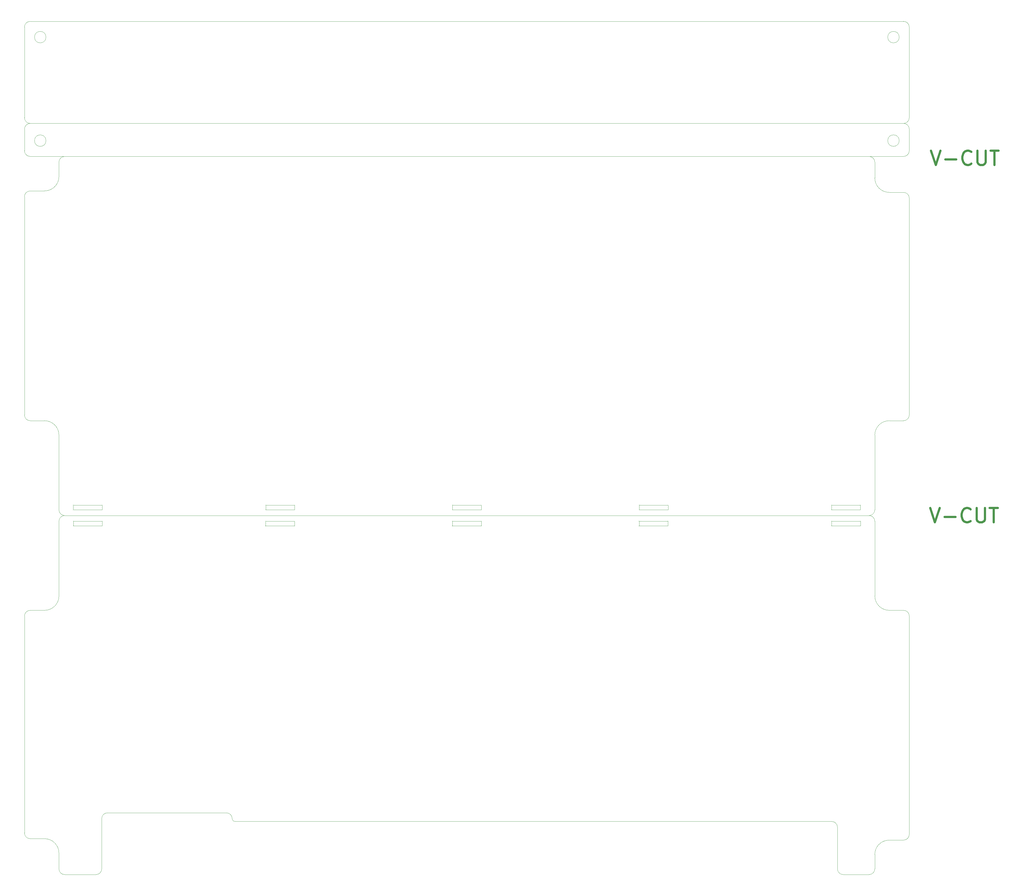
<source format=gbr>
%TF.GenerationSoftware,KiCad,Pcbnew,7.0.1*%
%TF.CreationDate,2024-04-02T15:52:52+09:00*%
%TF.ProjectId,Lift_Main_V5.0,4c696674-5f4d-4616-996e-5f56352e302e,rev?*%
%TF.SameCoordinates,Original*%
%TF.FileFunction,Profile,NP*%
%FSLAX46Y46*%
G04 Gerber Fmt 4.6, Leading zero omitted, Abs format (unit mm)*
G04 Created by KiCad (PCBNEW 7.0.1) date 2024-04-02 15:52:52*
%MOMM*%
%LPD*%
G01*
G04 APERTURE LIST*
%TA.AperFunction,Profile*%
%ADD10C,0.050000*%
%TD*%
%ADD11C,0.750000*%
G04 APERTURE END LIST*
D10*
X350670000Y-372070000D02*
X350670000Y-346070000D01*
X335600000Y-371989995D02*
X335600000Y-370549995D01*
X68669999Y-499070000D02*
X79569999Y-499070000D01*
X81739999Y-376150001D02*
X81739999Y-377590001D01*
X203660000Y-371989995D02*
X203660000Y-370549995D01*
X203639999Y-377590001D02*
G75*
G03*
X203739999Y-377690001I1J-99999D01*
G01*
X81710000Y-370550000D02*
G75*
G03*
X81610000Y-370449995I0J100000D01*
G01*
X56670000Y-237570000D02*
G75*
G03*
X54670000Y-239570000I0J-2000000D01*
G01*
X337670000Y-497070000D02*
G75*
G03*
X339670000Y-499070000I2000000J0D01*
G01*
X362670000Y-263570000D02*
G75*
G03*
X360670000Y-261570000I-2000000J0D01*
G01*
X213679999Y-376150001D02*
G75*
G03*
X213579999Y-376050001I1J100001D01*
G01*
X360670000Y-237570000D02*
G75*
G03*
X362670000Y-235570000I0J2000000D01*
G01*
X68670000Y-249070000D02*
G75*
G03*
X66670000Y-251070000I0J-2000000D01*
G01*
X54670000Y-339070000D02*
G75*
G03*
X56670000Y-341070000I2000000J0D01*
G01*
X71770000Y-370449995D02*
X81610000Y-370449995D01*
X213580001Y-377690001D02*
G75*
G03*
X213679999Y-377590001I99999J1D01*
G01*
X213600000Y-372089995D02*
X203760000Y-372089995D01*
X345669999Y-376150001D02*
X345669999Y-377590001D01*
X362670000Y-239570000D02*
G75*
G03*
X360670000Y-237570000I-2000000J0D01*
G01*
X54670000Y-247070000D02*
G75*
G03*
X56670000Y-249070000I2000000J0D01*
G01*
X83569999Y-477569999D02*
G75*
G03*
X81569999Y-479570000I1J-2000001D01*
G01*
X148659999Y-376150001D02*
G75*
G03*
X148559999Y-376050001I1J100001D01*
G01*
X278560001Y-377690001D02*
G75*
G03*
X278659999Y-377590001I99999J1D01*
G01*
X213579999Y-377690001D02*
X203739999Y-377690001D01*
X278720000Y-370550000D02*
G75*
G03*
X278620000Y-370449995I0J100000D01*
G01*
X335700000Y-370449995D02*
X345540000Y-370449995D01*
X66670000Y-346070000D02*
G75*
G03*
X61670000Y-341070000I-5000000J0D01*
G01*
X345669999Y-376150001D02*
G75*
G03*
X345569999Y-376050001I1J100001D01*
G01*
X362669999Y-485070001D02*
X362679999Y-409070001D01*
X148620000Y-372089995D02*
X138780000Y-372089995D01*
X138779995Y-370449995D02*
G75*
G03*
X138680000Y-370549995I-99995J-5D01*
G01*
X337670000Y-482570000D02*
G75*
G03*
X335670000Y-480570000I-2000000J0D01*
G01*
X66670000Y-497070000D02*
G75*
G03*
X68669999Y-499070000I2000000J0D01*
G01*
X360670000Y-261570000D02*
X355670000Y-261570000D01*
X54670000Y-235570000D02*
G75*
G03*
X56670000Y-237570000I2000000J0D01*
G01*
X278659999Y-376150001D02*
G75*
G03*
X278559999Y-376050001I1J100001D01*
G01*
X268719999Y-376050001D02*
X278559999Y-376050001D01*
X278720000Y-370549995D02*
X278720000Y-371989995D01*
X61670000Y-261070000D02*
G75*
G03*
X66670000Y-256070000I0J5000000D01*
G01*
X355670000Y-341070000D02*
G75*
G03*
X350670000Y-346070000I0J-5000000D01*
G01*
X355679999Y-407070001D02*
X360679999Y-407070001D01*
X268780000Y-370449995D02*
X278620000Y-370449995D01*
X138719999Y-376050001D02*
X148559999Y-376050001D01*
X360670000Y-249070000D02*
G75*
G03*
X362670000Y-247070000I0J2000000D01*
G01*
X81639999Y-377690001D02*
X71799999Y-377690001D01*
X79569999Y-499069999D02*
G75*
G03*
X81569999Y-497070000I1J1999999D01*
G01*
X337670000Y-497070000D02*
X337670000Y-482570000D01*
X81739999Y-376150001D02*
G75*
G03*
X81639999Y-376050001I1J100001D01*
G01*
X66669998Y-491570001D02*
X66669999Y-497070000D01*
X138680000Y-371990000D02*
G75*
G03*
X138780000Y-372089995I0J-100000D01*
G01*
X71670000Y-371989995D02*
X71670000Y-370549995D01*
X81710000Y-370549995D02*
X81710000Y-371989995D01*
X61679999Y-407069999D02*
G75*
G03*
X66679999Y-402070001I1J4999999D01*
G01*
X138720001Y-376050001D02*
G75*
G03*
X138619999Y-376150001I-100001J1D01*
G01*
X56670000Y-202040000D02*
X360670000Y-202040000D01*
X268680000Y-371990000D02*
G75*
G03*
X268780000Y-372089995I0J-100000D01*
G01*
X203740001Y-376050001D02*
G75*
G03*
X203639999Y-376150001I-100001J1D01*
G01*
X339670000Y-499070000D02*
X348670000Y-499070000D01*
X71699999Y-377590001D02*
X71699999Y-376150001D01*
X66670000Y-251070000D02*
X66670000Y-256070000D01*
X335629999Y-377590001D02*
X335629999Y-376150001D01*
X148619995Y-372089995D02*
G75*
G03*
X148720000Y-371989995I100005J-5D01*
G01*
X268619999Y-377590001D02*
G75*
G03*
X268719999Y-377690001I1J-99999D01*
G01*
X268720001Y-376050001D02*
G75*
G03*
X268619999Y-376150001I-100001J1D01*
G01*
X83569999Y-477570000D02*
X124969999Y-477570000D01*
X335730001Y-376050001D02*
G75*
G03*
X335629999Y-376150001I-100001J1D01*
G01*
X335629999Y-377590001D02*
G75*
G03*
X335729999Y-377690001I1J-99999D01*
G01*
X278619995Y-372089995D02*
G75*
G03*
X278720000Y-371989995I100005J-5D01*
G01*
X81569999Y-497070000D02*
X81569999Y-479570000D01*
X126970005Y-479570000D02*
G75*
G03*
X127969999Y-480571596I999995J-1600D01*
G01*
X54670000Y-263070000D02*
X54670000Y-339070000D01*
X126970000Y-479570000D02*
G75*
G03*
X124969999Y-477570000I-2000000J0D01*
G01*
X148659999Y-376150001D02*
X148659999Y-377590001D01*
X345570001Y-377690001D02*
G75*
G03*
X345669999Y-377590001I99999J1D01*
G01*
X203660000Y-371990000D02*
G75*
G03*
X203760000Y-372089995I0J-100000D01*
G01*
X355669999Y-487069999D02*
G75*
G03*
X350669999Y-492070001I1J-5000001D01*
G01*
X348670000Y-374070000D02*
G75*
G03*
X350670000Y-372070000I0J2000000D01*
G01*
X71769995Y-370449995D02*
G75*
G03*
X71670000Y-370549995I-99995J-5D01*
G01*
X355670000Y-341070000D02*
X360670000Y-341070000D01*
X54669999Y-484570001D02*
G75*
G03*
X56669998Y-486570001I2000001J1D01*
G01*
X345540000Y-372089995D02*
X335700000Y-372089995D01*
X56670000Y-202040000D02*
G75*
G03*
X54670000Y-204040000I0J-2000000D01*
G01*
X362670000Y-204040000D02*
X362670000Y-235570000D01*
X138619999Y-377590001D02*
X138619999Y-376150001D01*
X213679999Y-376150001D02*
X213679999Y-377590001D01*
X68669999Y-374069999D02*
X348670000Y-374069999D01*
X348670000Y-499070000D02*
G75*
G03*
X350670000Y-497070000I0J2000000D01*
G01*
X71799999Y-376050001D02*
X81639999Y-376050001D01*
X81610000Y-372089995D02*
X71770000Y-372089995D01*
X268619999Y-377590001D02*
X268619999Y-376150001D01*
X203760000Y-370449995D02*
X213600000Y-370449995D01*
X81640001Y-377690001D02*
G75*
G03*
X81739999Y-377590001I99999J1D01*
G01*
X345640000Y-370549995D02*
X345640000Y-371989995D01*
X81609995Y-372089995D02*
G75*
G03*
X81710000Y-371989995I100005J-5D01*
G01*
X66670000Y-346070000D02*
X66670000Y-372070000D01*
X71699999Y-377590001D02*
G75*
G03*
X71799999Y-377690001I1J-99999D01*
G01*
X350670000Y-256570000D02*
G75*
G03*
X355670000Y-261570000I5000000J0D01*
G01*
X268779995Y-370449995D02*
G75*
G03*
X268680000Y-370549995I-99995J-5D01*
G01*
X278659999Y-376150001D02*
X278659999Y-377590001D01*
X278620000Y-372089995D02*
X268780000Y-372089995D01*
X345569999Y-377690001D02*
X335729999Y-377690001D01*
X213599995Y-372089995D02*
G75*
G03*
X213700000Y-371989995I100005J-5D01*
G01*
X335699995Y-370449995D02*
G75*
G03*
X335600000Y-370549995I-99995J-5D01*
G01*
X362670000Y-204040000D02*
G75*
G03*
X360670000Y-202040000I-2000000J0D01*
G01*
X66670000Y-372070000D02*
G75*
G03*
X68670000Y-374070000I2000000J0D01*
G01*
X138680000Y-371989995D02*
X138680000Y-370549995D01*
X54670000Y-239570000D02*
X54670000Y-247070000D01*
X61670000Y-261070000D02*
X56670000Y-261070000D01*
X345640000Y-370550000D02*
G75*
G03*
X345540000Y-370449995I0J100000D01*
G01*
X56670000Y-237570000D02*
X360670000Y-237570000D01*
X71800001Y-376050001D02*
G75*
G03*
X71699999Y-376150001I-100001J1D01*
G01*
X54679999Y-409070001D02*
X54669998Y-484570001D01*
X359170000Y-243560000D02*
G75*
G03*
X359170000Y-243560000I-2000000J0D01*
G01*
X138619999Y-377590001D02*
G75*
G03*
X138719999Y-377690001I1J-99999D01*
G01*
X56670000Y-261070000D02*
G75*
G03*
X54670000Y-263070000I0J-2000000D01*
G01*
X62170000Y-207540000D02*
G75*
G03*
X62170000Y-207540000I-2000000J0D01*
G01*
X148560001Y-377690001D02*
G75*
G03*
X148659999Y-377590001I99999J1D01*
G01*
X350670000Y-256570000D02*
X350670000Y-251070000D01*
X359170000Y-207540000D02*
G75*
G03*
X359170000Y-207540000I-2000000J0D01*
G01*
X355669999Y-487070001D02*
X360669999Y-487070001D01*
X62170000Y-243570000D02*
G75*
G03*
X62170000Y-243570000I-2000000J0D01*
G01*
X56679999Y-407069999D02*
G75*
G03*
X54679999Y-409070001I1J-2000001D01*
G01*
X66669999Y-376070000D02*
X66679999Y-402070001D01*
X335600000Y-371990000D02*
G75*
G03*
X335700000Y-372089995I0J-100000D01*
G01*
X66669999Y-491570001D02*
G75*
G03*
X61669998Y-486570001I-4999999J1D01*
G01*
X350670000Y-376070000D02*
G75*
G03*
X348670000Y-374070000I-2000000J0D01*
G01*
X56679999Y-407070001D02*
X61679999Y-407070001D01*
X56670000Y-249070000D02*
X360670000Y-249070000D01*
X268680000Y-371989995D02*
X268680000Y-370549995D01*
X350670000Y-497070000D02*
X350669999Y-492070001D01*
X360669999Y-487069999D02*
G75*
G03*
X362669999Y-485070001I1J1999999D01*
G01*
X56669998Y-486570001D02*
X61669998Y-486570001D01*
X360670000Y-341070000D02*
G75*
G03*
X362670000Y-339070000I0J2000000D01*
G01*
X68670000Y-249070000D02*
X348670000Y-249070000D01*
X362670000Y-339070000D02*
X362670000Y-263570000D01*
X345539995Y-372089995D02*
G75*
G03*
X345640000Y-371989995I100005J-5D01*
G01*
X213700000Y-370549995D02*
X213700000Y-371989995D01*
X203759995Y-370449995D02*
G75*
G03*
X203660000Y-370549995I-99995J-5D01*
G01*
X362679999Y-409070001D02*
G75*
G03*
X360679999Y-407070001I-1999999J1D01*
G01*
X54670000Y-204040000D02*
X54670000Y-235570000D01*
X127969999Y-480571596D02*
X335670000Y-480570000D01*
X335729999Y-376050001D02*
X345569999Y-376050001D01*
X350679999Y-402070001D02*
G75*
G03*
X355679999Y-407070001I5000001J1D01*
G01*
X68669999Y-374069999D02*
G75*
G03*
X66669999Y-376070000I1J-2000001D01*
G01*
X350670000Y-251070000D02*
G75*
G03*
X348670000Y-249070000I-2000000J0D01*
G01*
X213700000Y-370550000D02*
G75*
G03*
X213600000Y-370449995I0J100000D01*
G01*
X71670000Y-371990000D02*
G75*
G03*
X71770000Y-372089995I0J-100000D01*
G01*
X278559999Y-377690001D02*
X268719999Y-377690001D01*
X203739999Y-376050001D02*
X213579999Y-376050001D01*
X148559999Y-377690001D02*
X138719999Y-377690001D01*
X203639999Y-377590001D02*
X203639999Y-376150001D01*
X56670000Y-341070000D02*
X61670000Y-341070000D01*
X350679999Y-402070001D02*
X350670000Y-376070000D01*
X362670000Y-239570000D02*
X362670000Y-247070000D01*
X138780000Y-370449995D02*
X148620000Y-370449995D01*
X148720000Y-370550000D02*
G75*
G03*
X148620000Y-370449995I0J100000D01*
G01*
X148720000Y-370549995D02*
X148720000Y-371989995D01*
D11*
X369896190Y-371403095D02*
X371562857Y-376403095D01*
X371562857Y-376403095D02*
X373229523Y-371403095D01*
X374896190Y-374498333D02*
X378705714Y-374498333D01*
X383943809Y-375926904D02*
X383705713Y-376165000D01*
X383705713Y-376165000D02*
X382991428Y-376403095D01*
X382991428Y-376403095D02*
X382515237Y-376403095D01*
X382515237Y-376403095D02*
X381800951Y-376165000D01*
X381800951Y-376165000D02*
X381324761Y-375688809D01*
X381324761Y-375688809D02*
X381086666Y-375212619D01*
X381086666Y-375212619D02*
X380848570Y-374260238D01*
X380848570Y-374260238D02*
X380848570Y-373545952D01*
X380848570Y-373545952D02*
X381086666Y-372593571D01*
X381086666Y-372593571D02*
X381324761Y-372117380D01*
X381324761Y-372117380D02*
X381800951Y-371641190D01*
X381800951Y-371641190D02*
X382515237Y-371403095D01*
X382515237Y-371403095D02*
X382991428Y-371403095D01*
X382991428Y-371403095D02*
X383705713Y-371641190D01*
X383705713Y-371641190D02*
X383943809Y-371879285D01*
X386086666Y-371403095D02*
X386086666Y-375450714D01*
X386086666Y-375450714D02*
X386324761Y-375926904D01*
X386324761Y-375926904D02*
X386562856Y-376165000D01*
X386562856Y-376165000D02*
X387039047Y-376403095D01*
X387039047Y-376403095D02*
X387991428Y-376403095D01*
X387991428Y-376403095D02*
X388467618Y-376165000D01*
X388467618Y-376165000D02*
X388705713Y-375926904D01*
X388705713Y-375926904D02*
X388943809Y-375450714D01*
X388943809Y-375450714D02*
X388943809Y-371403095D01*
X390610475Y-371403095D02*
X393467618Y-371403095D01*
X392039046Y-376403095D02*
X392039046Y-371403095D01*
X370166190Y-247003095D02*
X371832857Y-252003095D01*
X371832857Y-252003095D02*
X373499523Y-247003095D01*
X375166190Y-250098333D02*
X378975714Y-250098333D01*
X384213809Y-251526904D02*
X383975713Y-251765000D01*
X383975713Y-251765000D02*
X383261428Y-252003095D01*
X383261428Y-252003095D02*
X382785237Y-252003095D01*
X382785237Y-252003095D02*
X382070951Y-251765000D01*
X382070951Y-251765000D02*
X381594761Y-251288809D01*
X381594761Y-251288809D02*
X381356666Y-250812619D01*
X381356666Y-250812619D02*
X381118570Y-249860238D01*
X381118570Y-249860238D02*
X381118570Y-249145952D01*
X381118570Y-249145952D02*
X381356666Y-248193571D01*
X381356666Y-248193571D02*
X381594761Y-247717380D01*
X381594761Y-247717380D02*
X382070951Y-247241190D01*
X382070951Y-247241190D02*
X382785237Y-247003095D01*
X382785237Y-247003095D02*
X383261428Y-247003095D01*
X383261428Y-247003095D02*
X383975713Y-247241190D01*
X383975713Y-247241190D02*
X384213809Y-247479285D01*
X386356666Y-247003095D02*
X386356666Y-251050714D01*
X386356666Y-251050714D02*
X386594761Y-251526904D01*
X386594761Y-251526904D02*
X386832856Y-251765000D01*
X386832856Y-251765000D02*
X387309047Y-252003095D01*
X387309047Y-252003095D02*
X388261428Y-252003095D01*
X388261428Y-252003095D02*
X388737618Y-251765000D01*
X388737618Y-251765000D02*
X388975713Y-251526904D01*
X388975713Y-251526904D02*
X389213809Y-251050714D01*
X389213809Y-251050714D02*
X389213809Y-247003095D01*
X390880475Y-247003095D02*
X393737618Y-247003095D01*
X392309046Y-252003095D02*
X392309046Y-247003095D01*
M02*

</source>
